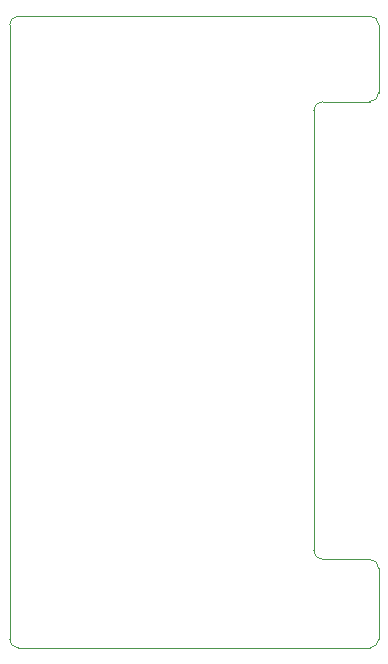
<source format=gm1>
%TF.GenerationSoftware,KiCad,Pcbnew,9.0.4*%
%TF.CreationDate,2025-10-15T15:11:25+01:00*%
%TF.ProjectId,breadboardPowerSupply,62726561-6462-46f6-9172-64506f776572,rev?*%
%TF.SameCoordinates,Original*%
%TF.FileFunction,Profile,NP*%
%FSLAX46Y46*%
G04 Gerber Fmt 4.6, Leading zero omitted, Abs format (unit mm)*
G04 Created by KiCad (PCBNEW 9.0.4) date 2025-10-15 15:11:25*
%MOMM*%
%LPD*%
G01*
G04 APERTURE LIST*
%TA.AperFunction,Profile*%
%ADD10C,0.050000*%
%TD*%
G04 APERTURE END LIST*
D10*
X172250000Y-137750000D02*
X172250000Y-131750000D01*
X171500000Y-131000000D02*
G75*
G02*
X172250000Y-131750000I0J-750000D01*
G01*
X141750000Y-138500000D02*
X171500000Y-138500000D01*
X166750000Y-130250000D02*
X166750000Y-93000000D01*
X171500000Y-131000000D02*
X167500000Y-131000000D01*
X172250000Y-91500000D02*
G75*
G02*
X171500000Y-92250000I-750000J0D01*
G01*
X172250000Y-91500000D02*
X172250000Y-85750000D01*
X141750000Y-138500000D02*
G75*
G02*
X141000000Y-137750000I0J750000D01*
G01*
X141000000Y-85750000D02*
X141000000Y-137750000D01*
X166750000Y-93000000D02*
G75*
G02*
X167500000Y-92250000I750000J0D01*
G01*
X167500000Y-92250000D02*
X171500000Y-92250000D01*
X172250000Y-137750000D02*
G75*
G02*
X171500000Y-138500000I-750000J0D01*
G01*
X171500000Y-85000000D02*
X141750000Y-85000000D01*
X141000000Y-85750000D02*
G75*
G02*
X141750000Y-85000000I750000J0D01*
G01*
X171500000Y-85000000D02*
G75*
G02*
X172250000Y-85750000I0J-750000D01*
G01*
X167500000Y-131000000D02*
G75*
G02*
X166750000Y-130250000I0J750000D01*
G01*
M02*

</source>
